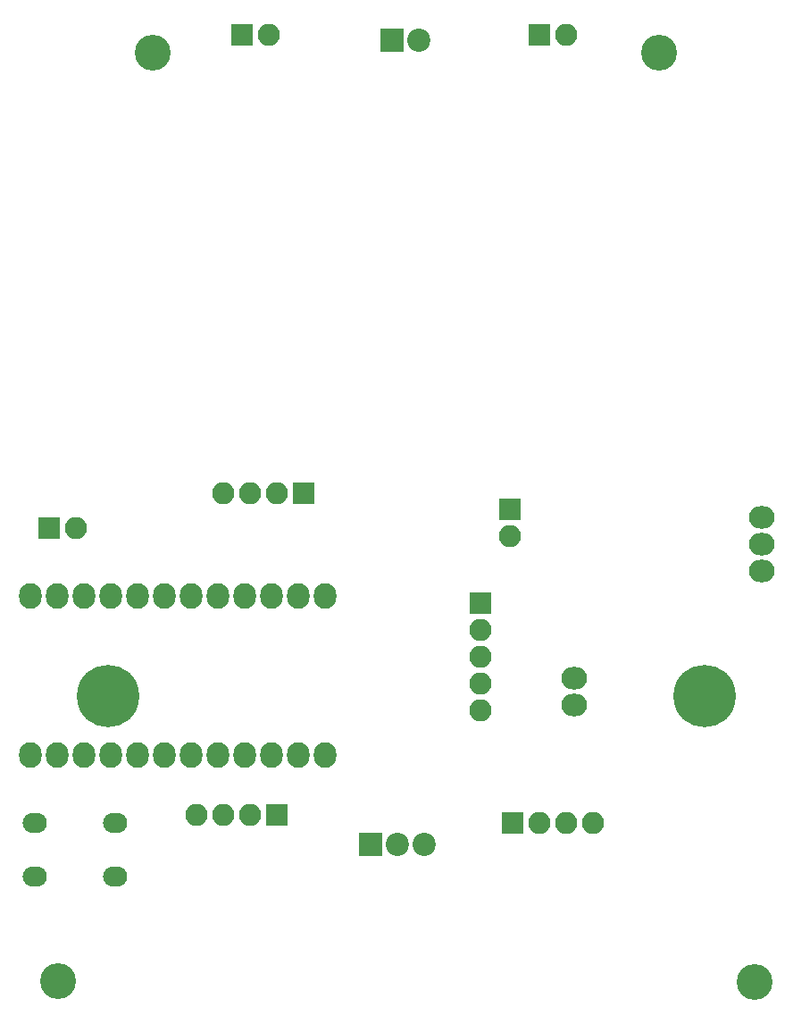
<source format=gbs>
G04 #@! TF.FileFunction,Soldermask,Bot*
%FSLAX46Y46*%
G04 Gerber Fmt 4.6, Leading zero omitted, Abs format (unit mm)*
G04 Created by KiCad (PCBNEW 4.0.7-e2-6376~58~ubuntu14.04.1) date Tue Oct 30 11:41:08 2018*
%MOMM*%
%LPD*%
G01*
G04 APERTURE LIST*
%ADD10C,0.100000*%
%ADD11C,5.900000*%
%ADD12C,3.400000*%
%ADD13O,2.127200X2.432000*%
%ADD14O,2.432000X2.127200*%
%ADD15R,2.200000X2.200000*%
%ADD16C,2.200000*%
%ADD17R,2.100000X2.100000*%
%ADD18O,2.100000X2.100000*%
%ADD19O,2.300000X1.900000*%
G04 APERTURE END LIST*
D10*
D11*
X169320000Y-120560000D03*
D12*
X174070000Y-147620000D03*
X108060000Y-147610000D03*
X165070000Y-59610000D03*
D13*
X105410000Y-111098000D03*
X105410000Y-126138000D03*
X107950000Y-111098000D03*
X107950000Y-126138000D03*
X110490000Y-111098000D03*
X110490000Y-126138000D03*
X113030000Y-111098000D03*
X113030000Y-126138000D03*
X115570000Y-111098000D03*
X115570000Y-126138000D03*
X118110000Y-111098000D03*
X118110000Y-126138000D03*
X120650000Y-111098000D03*
X120650000Y-126138000D03*
X123190000Y-111098000D03*
X123190000Y-126138000D03*
X125730000Y-111098000D03*
X125730000Y-126138000D03*
X128270000Y-111098000D03*
X128270000Y-126138000D03*
X130810000Y-111098000D03*
X130810000Y-126138000D03*
X133350000Y-111098000D03*
X133350000Y-126138000D03*
D14*
X156972000Y-121412000D03*
X156972000Y-118872000D03*
X174752000Y-108712000D03*
X174752000Y-106172000D03*
X174752000Y-103632000D03*
D15*
X139700000Y-58420000D03*
D16*
X142240000Y-58420000D03*
D17*
X150876000Y-102870000D03*
D18*
X150876000Y-105410000D03*
D17*
X125476000Y-57912000D03*
D18*
X128016000Y-57912000D03*
D17*
X128778000Y-131826000D03*
D18*
X126238000Y-131826000D03*
X123698000Y-131826000D03*
X121158000Y-131826000D03*
D17*
X151130000Y-132588000D03*
D18*
X153670000Y-132588000D03*
X156210000Y-132588000D03*
X158750000Y-132588000D03*
D17*
X153670000Y-57912000D03*
D18*
X156210000Y-57912000D03*
D17*
X131318000Y-101346000D03*
D18*
X128778000Y-101346000D03*
X126238000Y-101346000D03*
X123698000Y-101346000D03*
D17*
X107188000Y-104648000D03*
D18*
X109728000Y-104648000D03*
D19*
X105890000Y-137640000D03*
X105890000Y-132560000D03*
X113510000Y-137640000D03*
X113510000Y-132560000D03*
D15*
X137668000Y-134620000D03*
D16*
X140208000Y-134620000D03*
X142748000Y-134620000D03*
D17*
X148082000Y-111760000D03*
D18*
X148082000Y-114300000D03*
X148082000Y-116840000D03*
X148082000Y-119380000D03*
X148082000Y-121920000D03*
D12*
X117070000Y-59600000D03*
D11*
X112820000Y-120570000D03*
M02*

</source>
